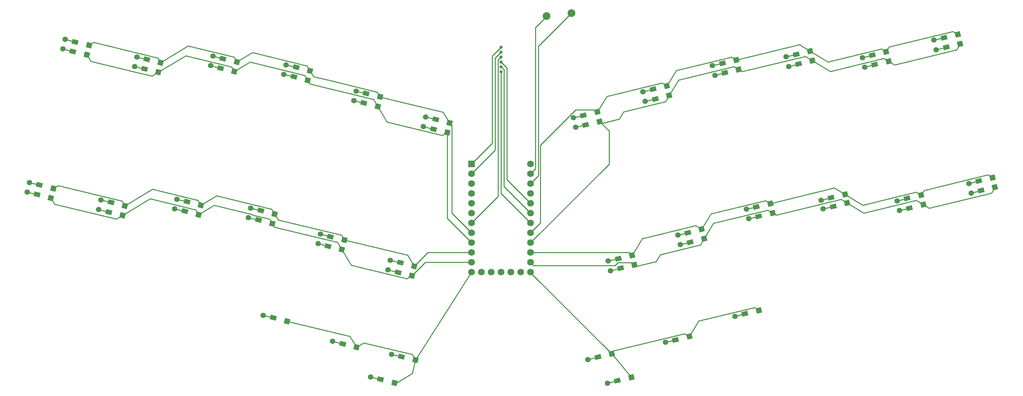
<source format=gtl>
%TF.GenerationSoftware,KiCad,Pcbnew,(6.0.0-0)*%
%TF.CreationDate,2022-01-08T14:54:33+00:00*%
%TF.ProjectId,atreis,61747265-6973-42e6-9b69-6361645f7063,rev?*%
%TF.SameCoordinates,Original*%
%TF.FileFunction,Copper,L1,Top*%
%TF.FilePolarity,Positive*%
%FSLAX46Y46*%
G04 Gerber Fmt 4.6, Leading zero omitted, Abs format (unit mm)*
G04 Created by KiCad (PCBNEW (6.0.0-0)) date 2022-01-08 14:54:33*
%MOMM*%
%LPD*%
G01*
G04 APERTURE LIST*
G04 Aperture macros list*
%AMRotRect*
0 Rectangle, with rotation*
0 The origin of the aperture is its center*
0 $1 length*
0 $2 width*
0 $3 Rotation angle, in degrees counterclockwise*
0 Add horizontal line*
21,1,$1,$2,0,0,$3*%
G04 Aperture macros list end*
%TA.AperFunction,ComponentPad*%
%ADD10C,1.752600*%
%TD*%
%TA.AperFunction,ComponentPad*%
%ADD11R,1.752600X1.752600*%
%TD*%
%TA.AperFunction,ComponentPad*%
%ADD12C,2.000000*%
%TD*%
%TA.AperFunction,ComponentPad*%
%ADD13C,1.400000*%
%TD*%
%TA.AperFunction,SMDPad,CuDef*%
%ADD14RotRect,1.600000X1.200000X166.330000*%
%TD*%
%TA.AperFunction,ComponentPad*%
%ADD15RotRect,1.400000X1.400000X166.330000*%
%TD*%
%TA.AperFunction,SMDPad,CuDef*%
%ADD16RotRect,1.600000X1.200000X193.670000*%
%TD*%
%TA.AperFunction,ComponentPad*%
%ADD17RotRect,1.400000X1.400000X193.670000*%
%TD*%
%TA.AperFunction,ViaPad*%
%ADD18C,0.800000*%
%TD*%
%TA.AperFunction,Conductor*%
%ADD19C,0.250000*%
%TD*%
G04 APERTURE END LIST*
D10*
%TO.P,U1,29,F0*%
%TO.N,unconnected-(U1-Pad29)*%
X188468015Y-119889268D03*
%TO.P,U1,28,F1*%
%TO.N,unconnected-(U1-Pad28)*%
X185928015Y-119889268D03*
%TO.P,U1,27,C7*%
%TO.N,unconnected-(U1-Pad27)*%
X183388015Y-119889268D03*
%TO.P,U1,26,D5*%
%TO.N,unconnected-(U1-Pad26)*%
X180848015Y-119889268D03*
%TO.P,U1,25,B7*%
%TO.N,unconnected-(U1-Pad25)*%
X178308015Y-119889268D03*
%TO.P,U1,24,B0*%
%TO.N,unconnected-(U1-Pad24)*%
X191008015Y-91949268D03*
%TO.P,U1,23,GND*%
%TO.N,GND*%
X191008015Y-94489268D03*
%TO.P,U1,22,RST*%
%TO.N,Net-(SW1-Pad1)*%
X191008015Y-97029268D03*
%TO.P,U1,21,VCC*%
%TO.N,unconnected-(U1-Pad21)*%
X191008015Y-99569268D03*
%TO.P,U1,20,A3/PF4*%
%TO.N,COL3*%
X191008015Y-102109268D03*
%TO.P,U1,19,A2/PF5*%
%TO.N,COL4*%
X191008015Y-104649268D03*
%TO.P,U1,18,A1/PF6*%
%TO.N,COL5*%
X191008015Y-107189268D03*
%TO.P,U1,17,A0/PF7*%
%TO.N,ROW5*%
X191008015Y-109729268D03*
%TO.P,U1,16,15/PB1*%
%TO.N,ROW6*%
X191008015Y-112269268D03*
%TO.P,U1,15,14/PB3*%
%TO.N,ROW7*%
X191008015Y-114809268D03*
%TO.P,U1,14,16/PB2*%
%TO.N,ROW8*%
X191008015Y-117349268D03*
%TO.P,U1,13,10/PB6*%
%TO.N,ROW9*%
X191008015Y-119889268D03*
%TO.P,U1,12,9/PB5*%
%TO.N,ROW4*%
X175768015Y-119889268D03*
%TO.P,U1,11,8/PB4*%
%TO.N,ROW3*%
X175768015Y-117349268D03*
%TO.P,U1,10,7/PE6*%
%TO.N,ROW2*%
X175768015Y-114809268D03*
%TO.P,U1,9,6/PD7*%
%TO.N,ROW1*%
X175768015Y-112269268D03*
%TO.P,U1,8,5/PC6*%
%TO.N,ROW0*%
X175768015Y-109729268D03*
%TO.P,U1,7,4/PD4*%
%TO.N,COL2*%
X175768015Y-107189268D03*
%TO.P,U1,6,3/PD0*%
%TO.N,unconnected-(U1-Pad6)*%
X175768015Y-104649268D03*
%TO.P,U1,5,2/PD1*%
%TO.N,unconnected-(U1-Pad5)*%
X175768015Y-102109268D03*
%TO.P,U1,4,GND*%
%TO.N,GND*%
X175768015Y-99569268D03*
%TO.P,U1,3,GND*%
X175768015Y-97029268D03*
%TO.P,U1,2,RX1/PD2*%
%TO.N,COL1*%
X175768015Y-94489268D03*
D11*
%TO.P,U1,1,TX0/PD3*%
%TO.N,COL0*%
X175768015Y-91949268D03*
%TD*%
D12*
%TO.P,SW1,1,1*%
%TO.N,Net-(SW1-Pad1)*%
X201599790Y-52990443D03*
%TO.P,SW1,2,2*%
%TO.N,GND*%
X195148240Y-53782593D03*
%TD*%
D13*
%TO.P,D28,2,A*%
%TO.N,Net-(D28-Pad2)*%
X155119750Y-141111290D03*
D14*
X157694684Y-141737563D03*
D15*
%TO.P,D28,1,K*%
%TO.N,ROW4*%
X161289874Y-142611982D03*
%TD*%
D14*
%TO.P,D11,2,A*%
%TO.N,Net-(D11-Pad2)*%
X147940206Y-76207526D03*
D13*
X145365272Y-75581253D03*
D15*
%TO.P,D11,1,K*%
%TO.N,ROW1*%
X151535396Y-77081945D03*
%TD*%
D13*
%TO.P,D54,2,A*%
%TO.N,Net-(D54-Pad2)*%
X210877290Y-148563212D03*
D16*
X213452224Y-147936939D03*
D17*
%TO.P,D54,1,K*%
%TO.N,ROW9*%
X217047414Y-147062520D03*
%TD*%
D16*
%TO.P,D40,2,A*%
%TO.N,Net-(D40-Pad2)*%
X298427287Y-61816048D03*
D13*
X295852353Y-62442321D03*
D17*
%TO.P,D40,1,K*%
%TO.N,ROW6*%
X302022477Y-60941629D03*
%TD*%
D14*
%TO.P,D24,2,A*%
%TO.N,Net-(D24-Pad2)*%
X156782776Y-119921575D03*
D13*
X154207842Y-119295302D03*
D15*
%TO.P,D24,1,K*%
%TO.N,ROW3*%
X160377966Y-120795994D03*
%TD*%
D13*
%TO.P,D29,2,A*%
%TO.N,Net-(D29-Pad2)*%
X202099943Y-80016599D03*
D16*
X204674877Y-79390326D03*
D17*
%TO.P,D29,1,K*%
%TO.N,ROW5*%
X208270067Y-78515907D03*
%TD*%
D13*
%TO.P,D8,2,A*%
%TO.N,Net-(D8-Pad2)*%
X88693634Y-66764322D03*
D14*
X91268568Y-67390595D03*
D15*
%TO.P,D8,1,K*%
%TO.N,ROW1*%
X94863758Y-68265014D03*
%TD*%
D13*
%TO.P,D37,2,A*%
%TO.N,Net-(D37-Pad2)*%
X238640464Y-69038011D03*
D16*
X241215398Y-68411738D03*
D17*
%TO.P,D37,1,K*%
%TO.N,ROW6*%
X244810588Y-67537319D03*
%TD*%
D13*
%TO.P,D43,2,A*%
%TO.N,Net-(D43-Pad2)*%
X246797532Y-103650728D03*
D16*
X249372466Y-103024455D03*
D17*
%TO.P,D43,1,K*%
%TO.N,ROW7*%
X252967656Y-102150036D03*
%TD*%
D13*
%TO.P,D49,2,A*%
%TO.N,Net-(D49-Pad2)*%
X247397809Y-106118780D03*
D16*
X249972743Y-105492507D03*
D17*
%TO.P,D49,1,K*%
%TO.N,ROW8*%
X253567933Y-104618088D03*
%TD*%
D13*
%TO.P,D12,2,A*%
%TO.N,Net-(D12-Pad2)*%
X163335393Y-82304571D03*
D14*
X165910327Y-82930844D03*
D15*
%TO.P,D12,1,K*%
%TO.N,ROW1*%
X169505517Y-83805263D03*
%TD*%
D13*
%TO.P,D47,2,A*%
%TO.N,Net-(D47-Pad2)*%
X211704371Y-119505390D03*
D16*
X214279305Y-118879117D03*
D17*
%TO.P,D47,1,K*%
%TO.N,ROW8*%
X217874495Y-118004698D03*
%TD*%
D14*
%TO.P,D23,2,A*%
%TO.N,Net-(D18-Pad2)*%
X157383051Y-117453527D03*
D13*
X154808117Y-116827254D03*
D15*
%TO.P,D23,1,K*%
%TO.N,ROW2*%
X160978241Y-118327946D03*
%TD*%
D16*
%TO.P,D39,2,A*%
%TO.N,Net-(D39-Pad2)*%
X279916912Y-66318124D03*
D13*
X277341978Y-66944397D03*
D17*
%TO.P,D39,1,K*%
%TO.N,ROW6*%
X283512102Y-65443705D03*
%TD*%
D13*
%TO.P,D55,2,A*%
%TO.N,Net-(D55-Pad2)*%
X225878478Y-138015984D03*
D16*
X228453412Y-137389711D03*
D17*
%TO.P,D55,1,K*%
%TO.N,ROW9*%
X232048602Y-136515292D03*
%TD*%
D13*
%TO.P,D50,2,A*%
%TO.N,Net-(D50-Pad2)*%
X266635207Y-103531112D03*
D16*
X269210141Y-102904839D03*
D17*
%TO.P,D50,1,K*%
%TO.N,ROW8*%
X272805331Y-102030420D03*
%TD*%
D14*
%TO.P,D16,2,A*%
%TO.N,Net-(D20-Pad2)*%
X82017613Y-104351308D03*
D13*
X79442679Y-103725035D03*
D15*
%TO.P,D16,1,K*%
%TO.N,ROW3*%
X85612803Y-105225727D03*
%TD*%
D13*
%TO.P,D30,2,A*%
%TO.N,Net-(D30-Pad2)*%
X220070065Y-73293279D03*
D16*
X222644999Y-72667006D03*
D17*
%TO.P,D30,1,K*%
%TO.N,ROW5*%
X226240189Y-71792587D03*
%TD*%
D13*
%TO.P,D31,2,A*%
%TO.N,Net-(D31-Pad2)*%
X238040189Y-66569957D03*
D16*
X240615123Y-65943684D03*
D17*
%TO.P,D31,1,K*%
%TO.N,ROW5*%
X244210313Y-65069265D03*
%TD*%
D14*
%TO.P,D27,2,A*%
%TO.N,Net-(D27-Pad2)*%
X152273810Y-147581595D03*
D13*
X149698876Y-146955322D03*
D15*
%TO.P,D27,1,K*%
%TO.N,ROW4*%
X155869000Y-148456014D03*
%TD*%
D13*
%TO.P,D26,2,A*%
%TO.N,Net-(D26-Pad2)*%
X139910331Y-137775879D03*
D14*
X142485265Y-138402152D03*
D15*
%TO.P,D26,1,K*%
%TO.N,ROW4*%
X146080455Y-139276571D03*
%TD*%
D13*
%TO.P,D44,2,A*%
%TO.N,Net-(D44-Pad2)*%
X266094959Y-101309871D03*
D16*
X268669893Y-100683598D03*
D17*
%TO.P,D44,1,K*%
%TO.N,ROW7*%
X272265083Y-99809179D03*
%TD*%
D13*
%TO.P,D41,2,A*%
%TO.N,Net-(D41-Pad2)*%
X211104094Y-117037342D03*
D16*
X213679028Y-116411069D03*
D17*
%TO.P,D41,1,K*%
%TO.N,ROW7*%
X217274218Y-115536650D03*
%TD*%
D13*
%TO.P,D25,2,A*%
%TO.N,Net-(D25-Pad2)*%
X121940210Y-131052561D03*
D14*
X124515144Y-131678834D03*
D15*
%TO.P,D25,1,K*%
%TO.N,ROW4*%
X128110334Y-132553253D03*
%TD*%
D16*
%TO.P,D42,2,A*%
%TO.N,Net-(D42-Pad2)*%
X231649151Y-109687749D03*
D13*
X229074217Y-110314022D03*
D17*
%TO.P,D42,1,K*%
%TO.N,ROW7*%
X235244341Y-108813330D03*
%TD*%
D16*
%TO.P,D33,2,A*%
%TO.N,Net-(D33-Pad2)*%
X279316637Y-63850075D03*
D13*
X276741703Y-64476348D03*
D17*
%TO.P,D33,1,K*%
%TO.N,ROW5*%
X282911827Y-62975656D03*
%TD*%
D13*
%TO.P,D10,2,A*%
%TO.N,Net-(D10-Pad2)*%
X127271749Y-68827919D03*
D14*
X129846683Y-69454192D03*
D15*
%TO.P,D10,1,K*%
%TO.N,ROW1*%
X133441873Y-70328611D03*
%TD*%
D13*
%TO.P,D56,2,A*%
%TO.N,Net-(D56-Pad2)*%
X243848599Y-131292659D03*
D16*
X246423533Y-130666386D03*
D17*
%TO.P,D56,1,K*%
%TO.N,ROW9*%
X250018723Y-129791967D03*
%TD*%
D16*
%TO.P,D38,2,A*%
%TO.N,Net-(D38-Pad2)*%
X260266018Y-66130906D03*
D13*
X257691084Y-66757179D03*
D17*
%TO.P,D38,1,K*%
%TO.N,ROW6*%
X263861208Y-65256487D03*
%TD*%
D14*
%TO.P,D6,2,A*%
%TO.N,Net-(D6-Pad2)*%
X166510604Y-80462797D03*
D13*
X163935670Y-79836524D03*
D15*
%TO.P,D6,1,K*%
%TO.N,ROW0*%
X170105794Y-81337216D03*
%TD*%
D13*
%TO.P,D17,2,A*%
%TO.N,Net-(D15-Pad2)*%
X99693852Y-101069768D03*
D14*
X102268786Y-101696041D03*
D15*
%TO.P,D17,1,K*%
%TO.N,ROW2*%
X105863976Y-102570460D03*
%TD*%
D16*
%TO.P,D48,2,A*%
%TO.N,Net-(D48-Pad2)*%
X232249425Y-112155797D03*
D13*
X229674491Y-112782070D03*
D17*
%TO.P,D48,1,K*%
%TO.N,ROW8*%
X235844615Y-111281378D03*
%TD*%
D14*
%TO.P,D2,2,A*%
%TO.N,Net-(D2-Pad2)*%
X91868844Y-64922547D03*
D13*
X89293910Y-64296274D03*
D15*
%TO.P,D2,1,K*%
%TO.N,ROW0*%
X95464034Y-65796966D03*
%TD*%
D16*
%TO.P,D51,2,A*%
%TO.N,Net-(D51-Pad2)*%
X288921064Y-103338866D03*
D13*
X286346130Y-103965139D03*
D17*
%TO.P,D51,1,K*%
%TO.N,ROW8*%
X292516254Y-102464447D03*
%TD*%
D14*
%TO.P,D22,2,A*%
%TO.N,Net-(D23-Pad2)*%
X138689251Y-113168241D03*
D13*
X136114317Y-112541968D03*
D15*
%TO.P,D22,1,K*%
%TO.N,ROW3*%
X142284441Y-114042660D03*
%TD*%
D14*
%TO.P,D9,2,A*%
%TO.N,Net-(D9-Pad2)*%
X110919465Y-67203375D03*
D13*
X108344531Y-66577102D03*
D15*
%TO.P,D9,1,K*%
%TO.N,ROW1*%
X114514655Y-68077794D03*
%TD*%
D13*
%TO.P,D36,2,A*%
%TO.N,Net-(D36-Pad2)*%
X220670342Y-75761331D03*
D16*
X223245276Y-75135058D03*
D17*
%TO.P,D36,1,K*%
%TO.N,ROW6*%
X226840466Y-74260639D03*
%TD*%
D13*
%TO.P,D46,2,A*%
%TO.N,Net-(D46-Pad2)*%
X304256227Y-96995015D03*
D16*
X306831161Y-96368742D03*
D17*
%TO.P,D46,1,K*%
%TO.N,ROW7*%
X310426351Y-95494323D03*
%TD*%
D13*
%TO.P,D1,2,A*%
%TO.N,Net-(D1-Pad2)*%
X70783540Y-59794199D03*
D14*
X73358474Y-60420472D03*
D15*
%TO.P,D1,1,K*%
%TO.N,ROW0*%
X76953664Y-61294891D03*
%TD*%
D13*
%TO.P,D34,2,A*%
%TO.N,Net-(D34-Pad2)*%
X295252073Y-59974273D03*
D16*
X297827007Y-59348000D03*
D17*
%TO.P,D34,1,K*%
%TO.N,ROW5*%
X301422197Y-58473581D03*
%TD*%
D14*
%TO.P,D21,2,A*%
%TO.N,Net-(D17-Pad2)*%
X139289527Y-110700191D03*
D13*
X136714593Y-110073918D03*
D15*
%TO.P,D21,1,K*%
%TO.N,ROW2*%
X142884717Y-111574610D03*
%TD*%
D14*
%TO.P,D20,2,A*%
%TO.N,Net-(D22-Pad2)*%
X120719127Y-106444919D03*
D13*
X118144193Y-105818646D03*
D15*
%TO.P,D20,1,K*%
%TO.N,ROW3*%
X124314317Y-107319338D03*
%TD*%
D13*
%TO.P,D45,2,A*%
%TO.N,Net-(D45-Pad2)*%
X285745855Y-101497091D03*
D16*
X288320789Y-100870818D03*
D17*
%TO.P,D45,1,K*%
%TO.N,ROW7*%
X291915979Y-99996399D03*
%TD*%
D14*
%TO.P,D3,2,A*%
%TO.N,Net-(D3-Pad2)*%
X111519741Y-64735327D03*
D13*
X108944807Y-64109054D03*
D15*
%TO.P,D3,1,K*%
%TO.N,ROW0*%
X115114931Y-65609746D03*
%TD*%
D13*
%TO.P,D14,2,A*%
%TO.N,Net-(D19-Pad2)*%
X60932308Y-99222959D03*
D14*
X63507242Y-99849232D03*
D15*
%TO.P,D14,1,K*%
%TO.N,ROW3*%
X67102432Y-100723651D03*
%TD*%
D16*
%TO.P,D32,2,A*%
%TO.N,Net-(D32-Pad2)*%
X259665740Y-63662856D03*
D13*
X257090806Y-64289129D03*
D17*
%TO.P,D32,1,K*%
%TO.N,ROW5*%
X263260930Y-62788437D03*
%TD*%
D13*
%TO.P,D52,2,A*%
%TO.N,Net-(D52-Pad2)*%
X304856499Y-99463065D03*
D16*
X307431433Y-98836792D03*
D17*
%TO.P,D52,1,K*%
%TO.N,ROW8*%
X311026623Y-97962373D03*
%TD*%
D13*
%TO.P,D19,2,A*%
%TO.N,Net-(D16-Pad2)*%
X118744472Y-103350599D03*
D14*
X121319406Y-103976872D03*
D15*
%TO.P,D19,1,K*%
%TO.N,ROW2*%
X124914596Y-104851291D03*
%TD*%
D14*
%TO.P,D13,2,A*%
%TO.N,Net-(D13-Pad2)*%
X64107520Y-97381185D03*
D13*
X61532586Y-96754912D03*
D15*
%TO.P,D13,1,K*%
%TO.N,ROW2*%
X67702710Y-98255604D03*
%TD*%
D13*
%TO.P,D53,2,A*%
%TO.N,Net-(D53-Pad2)*%
X205839968Y-142469051D03*
D16*
X208414902Y-141842778D03*
D17*
%TO.P,D53,1,K*%
%TO.N,ROW9*%
X212010092Y-140968359D03*
%TD*%
D13*
%TO.P,D5,2,A*%
%TO.N,Net-(D5-Pad2)*%
X145965548Y-73113205D03*
D14*
X148540482Y-73739478D03*
D15*
%TO.P,D5,1,K*%
%TO.N,ROW0*%
X152135672Y-74613897D03*
%TD*%
D14*
%TO.P,D18,2,A*%
%TO.N,Net-(D21-Pad2)*%
X101668510Y-104164089D03*
D13*
X99093576Y-103537816D03*
D15*
%TO.P,D18,1,K*%
%TO.N,ROW3*%
X105263700Y-105038508D03*
%TD*%
D14*
%TO.P,D15,2,A*%
%TO.N,Net-(D14-Pad2)*%
X82617891Y-101883258D03*
D13*
X80042957Y-101256985D03*
D15*
%TO.P,D15,1,K*%
%TO.N,ROW2*%
X86213081Y-102757677D03*
%TD*%
D13*
%TO.P,D4,2,A*%
%TO.N,Net-(D4-Pad2)*%
X127872025Y-66359870D03*
D14*
X130446959Y-66986143D03*
D15*
%TO.P,D4,1,K*%
%TO.N,ROW0*%
X134042149Y-67860562D03*
%TD*%
D13*
%TO.P,D7,2,A*%
%TO.N,Net-(D7-Pad2)*%
X70183264Y-62262248D03*
D14*
X72758198Y-62888521D03*
D15*
%TO.P,D7,1,K*%
%TO.N,ROW1*%
X76353388Y-63762940D03*
%TD*%
D16*
%TO.P,D35,2,A*%
%TO.N,Net-(D35-Pad2)*%
X205275155Y-81858377D03*
D13*
X202700221Y-82484650D03*
D17*
%TO.P,D35,1,K*%
%TO.N,ROW6*%
X208870345Y-80983958D03*
%TD*%
D18*
%TO.N,COL0*%
X183388014Y-61768517D03*
%TO.N,COL1*%
X183388016Y-63038519D03*
%TO.N,COL2*%
X183388014Y-64308518D03*
%TO.N,COL3*%
X183388016Y-65578517D03*
%TO.N,COL4*%
X183388016Y-66848518D03*
%TO.N,COL5*%
X183388014Y-68118518D03*
%TD*%
D19*
%TO.N,ROW4*%
X161289874Y-142611982D02*
X175768013Y-119889267D01*
X175768013Y-119889267D02*
X175768018Y-120117865D01*
X155869000Y-148456014D02*
X156337929Y-148570065D01*
X156337929Y-148570065D02*
X160449487Y-146067250D01*
X160449487Y-146067250D02*
X161289874Y-142611982D01*
%TO.N,Net-(D27-Pad2)*%
X152273811Y-147581593D02*
X149698876Y-146955322D01*
%TO.N,Net-(D28-Pad2)*%
X155119751Y-141111289D02*
X157694683Y-141737563D01*
%TO.N,ROW4*%
X146080455Y-139276571D02*
X147949603Y-138138770D01*
X160412021Y-141169868D02*
X161289874Y-142611982D01*
X147949603Y-138138770D02*
X160412021Y-141169868D01*
%TO.N,Net-(D54-Pad2)*%
X210877291Y-148563212D02*
X213452224Y-147936939D01*
%TO.N,ROW9*%
X212010092Y-140968359D02*
X217047414Y-147062520D01*
X191008016Y-119889266D02*
X191008014Y-120021313D01*
X191008014Y-120021313D02*
X212010092Y-140968359D01*
X212010092Y-140968359D02*
X212462882Y-140224529D01*
X212462882Y-140224529D02*
X230810993Y-135761919D01*
X230810993Y-135761919D02*
X232048602Y-136515292D01*
%TO.N,Net-(D53-Pad2)*%
X205839970Y-142469051D02*
X208414903Y-141842778D01*
%TO.N,ROW0*%
X170105794Y-81337216D02*
X168431571Y-78586845D01*
X115114931Y-65609746D02*
X119114035Y-63175384D01*
X175768016Y-109729268D02*
X170675638Y-104636889D01*
X95464034Y-65796966D02*
X102531467Y-61494829D01*
X139418523Y-70475225D02*
X139428806Y-70468963D01*
X76953664Y-61294891D02*
X78191276Y-60541523D01*
X134976034Y-69394726D02*
X139418523Y-70475225D01*
X134042149Y-67860562D02*
X134976034Y-69394726D01*
X133288779Y-66622953D02*
X134042149Y-67860562D01*
X151382305Y-73376286D02*
X152135672Y-74613897D01*
X94710670Y-64559354D02*
X95464034Y-65796966D01*
X114361563Y-64372133D02*
X115114931Y-65609746D01*
X139428806Y-70468963D02*
X151382305Y-73376286D01*
X170675637Y-81907060D02*
X170105794Y-81337216D01*
X119114035Y-63175384D02*
X133288779Y-66622953D01*
X168431571Y-78586845D02*
X152142445Y-74625019D01*
X170675638Y-104636889D02*
X170675637Y-81907060D01*
X102531467Y-61494829D02*
X114361563Y-64372133D01*
X78191276Y-60541523D02*
X94710670Y-64559354D01*
X152142445Y-74625019D02*
X152135672Y-74613897D01*
%TO.N,Net-(D1-Pad2)*%
X70783542Y-59794200D02*
X73358475Y-60420472D01*
%TO.N,Net-(D2-Pad2)*%
X89293911Y-64296274D02*
X91868844Y-64922542D01*
%TO.N,Net-(D3-Pad2)*%
X108944805Y-64109056D02*
X111519743Y-64735322D01*
%TO.N,Net-(D4-Pad2)*%
X127872026Y-66359872D02*
X130446962Y-66986144D01*
%TO.N,Net-(D5-Pad2)*%
X148540484Y-73739478D02*
X145965550Y-73113205D01*
%TO.N,Net-(D6-Pad2)*%
X166510604Y-80462800D02*
X163935673Y-79836521D01*
%TO.N,ROW1*%
X169505516Y-106006767D02*
X175768017Y-112269265D01*
X113761288Y-66840181D02*
X114514655Y-68077794D01*
X91873977Y-68924889D02*
X91879604Y-68934133D01*
X133441873Y-70328611D02*
X134008463Y-71259388D01*
X94863758Y-68265014D02*
X101931189Y-63962880D01*
X169505517Y-83805263D02*
X169505516Y-106006767D01*
X118513761Y-65643435D02*
X132688505Y-69091000D01*
X76353388Y-63762940D02*
X77350079Y-65400275D01*
X151535396Y-77081945D02*
X153970272Y-81081894D01*
X153970272Y-81081894D02*
X168267061Y-84559144D01*
X134008463Y-71259388D02*
X150420992Y-75251233D01*
X77350079Y-65400275D02*
X90355817Y-68563520D01*
X93226422Y-69261703D02*
X94863758Y-68265014D01*
X150420992Y-75251233D02*
X151535396Y-77081945D01*
X101931189Y-63962880D02*
X113761288Y-66840181D01*
X90365061Y-68557893D02*
X91873977Y-68924889D01*
X91879604Y-68934133D02*
X93226422Y-69261703D01*
X132688505Y-69091000D02*
X133441873Y-70328611D01*
X114514655Y-68077794D02*
X118513761Y-65643435D01*
X168267061Y-84559144D02*
X169505517Y-83805263D01*
X90355817Y-68563520D02*
X90365061Y-68557893D01*
%TO.N,Net-(D7-Pad2)*%
X70183264Y-62262247D02*
X72758200Y-62888519D01*
%TO.N,Net-(D8-Pad2)*%
X88693634Y-66764321D02*
X91268569Y-67390596D01*
%TO.N,Net-(D9-Pad2)*%
X108344532Y-66577105D02*
X110919468Y-67203377D01*
%TO.N,Net-(D10-Pad2)*%
X127271750Y-68827920D02*
X129846682Y-69454197D01*
%TO.N,Net-(D11-Pad2)*%
X147940205Y-76207527D02*
X145365273Y-75581256D01*
%TO.N,Net-(D12-Pad2)*%
X165910327Y-82930846D02*
X163335391Y-82304575D01*
%TO.N,ROW2*%
X85459712Y-101520068D02*
X86213081Y-102757677D01*
X142131352Y-110336999D02*
X126228971Y-106469240D01*
X109863081Y-100136097D02*
X105863976Y-102570460D01*
X68940323Y-97502235D02*
X85459712Y-101520068D01*
X125848479Y-106385455D02*
X124914596Y-104851291D01*
X86213081Y-102757677D02*
X93280511Y-98455542D01*
X105110609Y-101332850D02*
X105863976Y-102570460D01*
X160978241Y-118327946D02*
X159266661Y-115516208D01*
X160978241Y-118327946D02*
X164496919Y-114809267D01*
X126218689Y-106475494D02*
X125848479Y-106385455D01*
X124161227Y-103613680D02*
X109863081Y-100136097D01*
X124914596Y-104851291D02*
X124161227Y-103613680D01*
X67702710Y-98255604D02*
X68940323Y-97502235D01*
X164496919Y-114809267D02*
X175768016Y-114809267D01*
X93280511Y-98455542D02*
X105110609Y-101332850D01*
X126228971Y-106469240D02*
X126218689Y-106475494D01*
X142934961Y-111544027D02*
X142884717Y-111574610D01*
X142884717Y-111574610D02*
X142131352Y-110336999D01*
X159266661Y-115516208D02*
X142934961Y-111544027D01*
%TO.N,Net-(D13-Pad2)*%
X61532586Y-96754910D02*
X64107526Y-97381181D01*
%TO.N,Net-(D14-Pad2)*%
X80042957Y-101256989D02*
X82617891Y-101883260D01*
%TO.N,Net-(D15-Pad2)*%
X99693856Y-101069766D02*
X102268785Y-101696040D01*
%TO.N,Net-(D16-Pad2)*%
X118744473Y-103350600D02*
X121319406Y-103976873D01*
%TO.N,Net-(D17-Pad2)*%
X136714592Y-110073918D02*
X139289524Y-110700188D01*
%TO.N,Net-(D18-Pad2)*%
X154808118Y-116827252D02*
X157383051Y-117453525D01*
%TO.N,ROW3*%
X119137605Y-105108801D02*
X119064070Y-104987997D01*
X67102432Y-100723651D02*
X68080446Y-102330304D01*
X159108830Y-121568551D02*
X144737995Y-118073288D01*
X124314317Y-107319338D02*
X123634486Y-106202527D01*
X104510332Y-103800896D02*
X105263700Y-105038508D01*
X160377966Y-120795994D02*
X159108830Y-121568551D01*
X123634486Y-106202527D02*
X119137605Y-105108801D01*
X163824691Y-117349268D02*
X175768018Y-117349268D01*
X144737995Y-118073288D02*
X142284441Y-114042660D01*
X141170034Y-112211945D02*
X124880909Y-108250121D01*
X119064070Y-104987997D02*
X109262806Y-102604146D01*
X142284441Y-114042660D02*
X141170034Y-112211945D01*
X160377966Y-120795994D02*
X163824691Y-117349268D01*
X109262806Y-102604146D02*
X105263700Y-105038508D01*
X84006151Y-106203740D02*
X85612803Y-105225727D01*
X85612803Y-105225727D02*
X92680235Y-100923591D01*
X124880909Y-108250121D02*
X124314317Y-107319338D01*
X92680235Y-100923591D02*
X104510332Y-103800896D01*
X68080446Y-102330304D02*
X84006151Y-106203740D01*
%TO.N,Net-(D19-Pad2)*%
X60932308Y-99222960D02*
X63507243Y-99849232D01*
%TO.N,Net-(D20-Pad2)*%
X79442680Y-103725038D02*
X82017613Y-104351309D01*
%TO.N,Net-(D21-Pad2)*%
X99093575Y-103537817D02*
X101668509Y-104164090D01*
%TO.N,Net-(D22-Pad2)*%
X118144198Y-105818647D02*
X120719128Y-106444920D01*
%TO.N,Net-(D23-Pad2)*%
X136114317Y-112541968D02*
X138689252Y-113168241D01*
%TO.N,Net-(D24-Pad2)*%
X154207842Y-119295304D02*
X156782775Y-119921571D01*
%TO.N,ROW4*%
X144399459Y-136515075D02*
X146080455Y-139276571D01*
X128110334Y-132553253D02*
X144399459Y-136515075D01*
%TO.N,Net-(D25-Pad2)*%
X124515141Y-131678834D02*
X121940209Y-131052560D01*
%TO.N,Net-(D26-Pad2)*%
X139910331Y-137775880D02*
X142485265Y-138402153D01*
%TO.N,ROW9*%
X234482962Y-132516186D02*
X232048602Y-136515292D01*
X248904514Y-129008590D02*
X234482962Y-132516186D01*
X249988711Y-129668569D02*
X248904514Y-129008590D01*
X250018723Y-129791967D02*
X249988711Y-129668569D01*
%TO.N,Net-(D29-Pad2)*%
X202099943Y-80016601D02*
X204674877Y-79390327D01*
%TO.N,Net-(D30-Pad2)*%
X220070067Y-73293281D02*
X222645000Y-72667008D01*
%TO.N,Net-(D31-Pad2)*%
X238040189Y-66569961D02*
X240615121Y-65943689D01*
%TO.N,Net-(D32-Pad2)*%
X257090807Y-64289130D02*
X259665741Y-63662858D01*
%TO.N,Net-(D33-Pad2)*%
X276741703Y-64476348D02*
X279316636Y-63850072D01*
%TO.N,Net-(D34-Pad2)*%
X295252074Y-59974272D02*
X297827007Y-59348002D01*
%TO.N,ROW8*%
X294007652Y-103372302D02*
X310118770Y-99453770D01*
X292516254Y-102464447D02*
X294007652Y-103372302D01*
X213583305Y-117425230D02*
X212852015Y-118156517D01*
X272805331Y-102030420D02*
X277111268Y-104651565D01*
X223421895Y-117167983D02*
X224505204Y-115388354D01*
X238278978Y-107282273D02*
X252330321Y-103864716D01*
X191815265Y-118156517D02*
X191008016Y-117349270D01*
X252330321Y-103864716D02*
X253567933Y-104618088D01*
X277111268Y-104651565D02*
X290685539Y-101350043D01*
X310118770Y-99453770D02*
X311026623Y-97962373D01*
X271281448Y-101102796D02*
X254498712Y-105184678D01*
X217874495Y-118004698D02*
X217295027Y-117425231D01*
X272805331Y-102030420D02*
X271281448Y-101102796D01*
X218476078Y-118370900D02*
X223421895Y-117167983D01*
X235844615Y-111281378D02*
X238278978Y-107282273D01*
X224505204Y-115388354D02*
X234880726Y-112864830D01*
X217295027Y-117425231D02*
X213583305Y-117425230D01*
X290685539Y-101350043D02*
X292516254Y-102464447D01*
X254498712Y-105184678D02*
X253567933Y-104618088D01*
X212852015Y-118156517D02*
X191815265Y-118156517D01*
X217874495Y-118004698D02*
X218476078Y-118370900D01*
X234880726Y-112864830D02*
X235844615Y-111281378D01*
%TO.N,Net-(D35-Pad2)*%
X202700220Y-82484645D02*
X205275156Y-81858375D01*
%TO.N,Net-(D36-Pad2)*%
X220670342Y-75761330D02*
X223245279Y-75135058D01*
%TO.N,Net-(D37-Pad2)*%
X238640464Y-69038009D02*
X241215397Y-68411739D01*
%TO.N,Net-(D38-Pad2)*%
X257691082Y-66757176D02*
X260266019Y-66130906D01*
%TO.N,Net-(D39-Pad2)*%
X277341983Y-66944397D02*
X279916915Y-66318124D01*
%TO.N,Net-(D40-Pad2)*%
X295852349Y-62442322D02*
X298427284Y-61816045D01*
%TO.N,ROW7*%
X216546837Y-114809269D02*
X191008016Y-114809266D01*
X276867568Y-102610840D02*
X285085128Y-100612169D01*
X310426351Y-95494323D02*
X309188737Y-94740954D01*
X217274218Y-115536650D02*
X216546837Y-114809269D01*
X290678369Y-99243030D02*
X291915979Y-99996399D01*
X272265083Y-99809179D02*
X269503588Y-98128183D01*
X233710179Y-107879442D02*
X235244341Y-108813330D01*
X217274218Y-115536650D02*
X219889099Y-111240994D01*
X285085128Y-100612169D02*
X285091388Y-100601892D01*
X272265083Y-99809179D02*
X276867568Y-102610840D01*
X269503588Y-98128183D02*
X252967656Y-102150036D01*
X237678704Y-104814224D02*
X251730044Y-101396670D01*
X235244341Y-108813330D02*
X237678704Y-104814224D01*
X251730044Y-101396670D02*
X252967656Y-102150036D01*
X285091388Y-100601892D02*
X290678369Y-99243030D01*
X219889099Y-111240994D02*
X233710179Y-107879442D01*
X309188737Y-94740954D02*
X292669345Y-98758785D01*
X292669345Y-98758785D02*
X291915979Y-99996399D01*
%TO.N,Net-(D41-Pad2)*%
X211104098Y-117037341D02*
X213679029Y-116411069D01*
%TO.N,Net-(D42-Pad2)*%
X229074215Y-110314022D02*
X231649150Y-109687745D01*
%TO.N,Net-(D43-Pad2)*%
X246797534Y-103650728D02*
X249372469Y-103024453D01*
%TO.N,Net-(D44-Pad2)*%
X266094956Y-101309869D02*
X268669891Y-100683599D01*
%TO.N,Net-(D45-Pad2)*%
X285745852Y-101497087D02*
X288320788Y-100870815D01*
%TO.N,Net-(D46-Pad2)*%
X304256224Y-96995012D02*
X306831156Y-96368741D01*
%TO.N,ROW6*%
X263861208Y-65256487D02*
X262030493Y-64142083D01*
X209563977Y-81406192D02*
X213942141Y-80341339D01*
X243572976Y-66783949D02*
X244810588Y-67537319D01*
X208870345Y-80983958D02*
X209563977Y-81406192D01*
X262030493Y-64142083D02*
X245741367Y-68103907D01*
X229274833Y-70261531D02*
X243572976Y-66783949D01*
X268453414Y-68051890D02*
X263861208Y-65256487D01*
X211295711Y-91981573D02*
X191008017Y-112269268D01*
X283512102Y-65443705D02*
X282274492Y-64690335D01*
X282274492Y-64690335D02*
X268453414Y-68051890D01*
X226840466Y-74260639D02*
X229274833Y-70261531D01*
X285064866Y-66388917D02*
X283512102Y-65443705D01*
X215081484Y-78469660D02*
X225876580Y-75844085D01*
X301077266Y-62494396D02*
X285064866Y-66388917D01*
X208870345Y-80983958D02*
X211295710Y-83409324D01*
X213942141Y-80341339D02*
X215081484Y-78469660D01*
X225876580Y-75844085D02*
X226840466Y-74260639D01*
X245741367Y-68103907D02*
X244810588Y-67537319D01*
X211295710Y-83409324D02*
X211295711Y-91981573D01*
X302022477Y-60941629D02*
X301077266Y-62494396D01*
%TO.N,Net-(D47-Pad2)*%
X211704372Y-119505391D02*
X214279304Y-118879118D01*
%TO.N,Net-(D48-Pad2)*%
X229674493Y-112782073D02*
X232249427Y-112155798D01*
%TO.N,Net-(D49-Pad2)*%
X247397810Y-106118780D02*
X249972747Y-105492504D01*
%TO.N,Net-(D50-Pad2)*%
X266635206Y-103531115D02*
X269210142Y-102904843D01*
%TO.N,Net-(D51-Pad2)*%
X286346129Y-103965141D02*
X288921064Y-103338865D01*
%TO.N,Net-(D52-Pad2)*%
X304856502Y-99463061D02*
X307431435Y-98836790D01*
%TO.N,ROW5*%
X281674215Y-62222289D02*
X267853141Y-65583836D01*
X225002577Y-71039220D02*
X226240189Y-71792587D01*
X282911827Y-62975656D02*
X283665195Y-61738047D01*
X208270067Y-78515907D02*
X207690598Y-77936438D01*
X283665195Y-61738047D02*
X300184585Y-57720216D01*
X207690598Y-77936438D02*
X202731225Y-77936439D01*
X193548016Y-87119648D02*
X193548014Y-107189268D01*
X282911827Y-62975656D02*
X281674215Y-62222289D01*
X202731225Y-77936439D02*
X193548016Y-87119648D01*
X193548014Y-107189268D02*
X191008015Y-109729267D01*
X226240189Y-71792587D02*
X228674553Y-67793484D01*
X244210313Y-65069265D02*
X260499439Y-61107438D01*
X210704432Y-74516803D02*
X225002577Y-71039220D01*
X267853141Y-65583836D02*
X263260930Y-62788437D01*
X300184585Y-57720216D02*
X301422197Y-58473581D01*
X228674553Y-67793484D02*
X242972700Y-64315900D01*
X242972700Y-64315900D02*
X244210313Y-65069265D01*
X260499439Y-61107438D02*
X263260930Y-62788437D01*
X208270067Y-78515907D02*
X210704432Y-74516803D01*
%TO.N,Net-(D55-Pad2)*%
X225878477Y-138015983D02*
X228453411Y-137389710D01*
%TO.N,Net-(D56-Pad2)*%
X243848599Y-131292662D02*
X246423532Y-130666386D01*
%TO.N,COL0*%
X181102016Y-64054519D02*
X183388014Y-61768517D01*
X181102014Y-86615268D02*
X181102016Y-64054519D01*
X175768016Y-91949267D02*
X181102014Y-86615268D01*
%TO.N,COL1*%
X181864017Y-64562515D02*
X181864016Y-88393266D01*
X183388016Y-63038519D02*
X181864017Y-64562515D01*
X181864016Y-88393266D02*
X175768017Y-94489266D01*
%TO.N,COL2*%
X175768015Y-107189268D02*
X182626017Y-100331268D01*
X182626017Y-100331268D02*
X182626014Y-65070519D01*
X182626014Y-65070519D02*
X183388014Y-64308518D01*
%TO.N,COL3*%
X184912016Y-96013268D02*
X191008014Y-102109266D01*
X184912015Y-67102518D02*
X184912016Y-96013268D01*
X183388016Y-65578517D02*
X184912015Y-67102518D01*
%TO.N,COL4*%
X183388016Y-66848518D02*
X184112528Y-67573027D01*
X184112525Y-97753779D02*
X191008018Y-104649265D01*
X184112528Y-67573027D02*
X184112525Y-97753779D01*
%TO.N,COL5*%
X183388014Y-68118518D02*
X183388014Y-99569267D01*
X183388014Y-99569267D02*
X191008015Y-107189265D01*
%TO.N,Net-(SW1-Pad1)*%
X193040015Y-61550215D02*
X193040017Y-94997267D01*
X201599790Y-52990443D02*
X193040015Y-61550215D01*
X193040017Y-94997267D02*
X191008016Y-97029267D01*
%TO.N,GND*%
X192278016Y-93219268D02*
X191008015Y-94489265D01*
X195148239Y-53818290D02*
X192278015Y-56688518D01*
X195148241Y-53782592D02*
X195148239Y-53818290D01*
X192278015Y-56688518D02*
X192278016Y-93219268D01*
%TD*%
M02*

</source>
